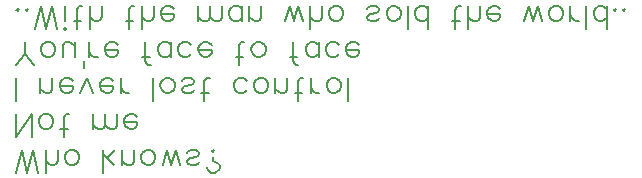
<source format=gbo>
G04 Layer: BottomSilkscreenLayer*
G04 EasyEDA v6.5.22, 2023-02-28 17:33:46*
G04 2c88ebba08e7464b96183e005241c5b3,bdb13a12c0ab493cb15560d8aabf918e,10*
G04 Gerber Generator version 0.2*
G04 Scale: 100 percent, Rotated: No, Reflected: No *
G04 Dimensions in millimeters *
G04 leading zeros omitted , absolute positions ,4 integer and 5 decimal *
%FSLAX45Y45*%
%MOMM*%

%ADD10C,0.2032*%

%LPD*%
D10*
X2603500Y5522653D02*
G01*
X2649682Y5716615D01*
X2695864Y5522653D02*
G01*
X2649682Y5716615D01*
X2695864Y5522653D02*
G01*
X2742044Y5716615D01*
X2788226Y5522653D02*
G01*
X2742044Y5716615D01*
X2849186Y5522653D02*
G01*
X2849186Y5716615D01*
X2849186Y5624253D02*
G01*
X2876895Y5596544D01*
X2895368Y5587306D01*
X2923077Y5587306D01*
X2941551Y5596544D01*
X2950786Y5624253D01*
X2950786Y5716615D01*
X3057928Y5587306D02*
G01*
X3039455Y5596544D01*
X3020984Y5615015D01*
X3011746Y5642724D01*
X3011746Y5661197D01*
X3020984Y5688906D01*
X3039455Y5707379D01*
X3057928Y5716615D01*
X3085637Y5716615D01*
X3104111Y5707379D01*
X3122584Y5688906D01*
X3131820Y5661197D01*
X3131820Y5642724D01*
X3122584Y5615015D01*
X3104111Y5596544D01*
X3085637Y5587306D01*
X3057928Y5587306D01*
X3335020Y5522653D02*
G01*
X3335020Y5716615D01*
X3427384Y5587306D02*
G01*
X3335020Y5679671D01*
X3371964Y5642724D02*
G01*
X3436620Y5716615D01*
X3497579Y5587306D02*
G01*
X3497579Y5716615D01*
X3497579Y5624253D02*
G01*
X3525288Y5596544D01*
X3543762Y5587306D01*
X3571471Y5587306D01*
X3589944Y5596544D01*
X3599179Y5624253D01*
X3599179Y5716615D01*
X3706322Y5587306D02*
G01*
X3687848Y5596544D01*
X3669375Y5615015D01*
X3660140Y5642724D01*
X3660140Y5661197D01*
X3669375Y5688906D01*
X3687848Y5707379D01*
X3706322Y5716615D01*
X3734031Y5716615D01*
X3752504Y5707379D01*
X3770975Y5688906D01*
X3780213Y5661197D01*
X3780213Y5642724D01*
X3770975Y5615015D01*
X3752504Y5596544D01*
X3734031Y5587306D01*
X3706322Y5587306D01*
X3841173Y5587306D02*
G01*
X3878117Y5716615D01*
X3915064Y5587306D02*
G01*
X3878117Y5716615D01*
X3915064Y5587306D02*
G01*
X3952008Y5716615D01*
X3988955Y5587306D02*
G01*
X3952008Y5716615D01*
X4151515Y5615015D02*
G01*
X4142277Y5596544D01*
X4114568Y5587306D01*
X4086859Y5587306D01*
X4059151Y5596544D01*
X4049915Y5615015D01*
X4059151Y5633488D01*
X4077624Y5642724D01*
X4123804Y5651962D01*
X4142277Y5661197D01*
X4151515Y5679671D01*
X4151515Y5688906D01*
X4142277Y5707379D01*
X4114568Y5716615D01*
X4086859Y5716615D01*
X4059151Y5707379D01*
X4049915Y5688906D01*
X4212475Y5568835D02*
G01*
X4212475Y5559597D01*
X4221711Y5541124D01*
X4230946Y5531888D01*
X4249420Y5522653D01*
X4286364Y5522653D01*
X4304837Y5531888D01*
X4314075Y5541124D01*
X4323311Y5559597D01*
X4323311Y5578071D01*
X4314075Y5596544D01*
X4304837Y5605779D01*
X4267893Y5624253D01*
X4267893Y5651962D01*
X4267893Y5698144D02*
G01*
X4258655Y5707379D01*
X4267893Y5716615D01*
X4277128Y5707379D01*
X4267893Y5698144D01*
X2603500Y5827453D02*
G01*
X2603500Y6021415D01*
X2603500Y5827453D02*
G01*
X2732808Y6021415D01*
X2732808Y5827453D02*
G01*
X2732808Y6021415D01*
X2839951Y5892106D02*
G01*
X2821477Y5901344D01*
X2803004Y5919815D01*
X2793768Y5947524D01*
X2793768Y5965997D01*
X2803004Y5993706D01*
X2821477Y6012179D01*
X2839951Y6021415D01*
X2867659Y6021415D01*
X2886133Y6012179D01*
X2904604Y5993706D01*
X2913842Y5965997D01*
X2913842Y5947524D01*
X2904604Y5919815D01*
X2886133Y5901344D01*
X2867659Y5892106D01*
X2839951Y5892106D01*
X3002511Y5827453D02*
G01*
X3002511Y5984471D01*
X3011746Y6012179D01*
X3030220Y6021415D01*
X3048693Y6021415D01*
X2974802Y5892106D02*
G01*
X3039455Y5892106D01*
X3251893Y5892106D02*
G01*
X3251893Y6021415D01*
X3251893Y5929053D02*
G01*
X3279602Y5901344D01*
X3298075Y5892106D01*
X3325784Y5892106D01*
X3344255Y5901344D01*
X3353493Y5929053D01*
X3353493Y6021415D01*
X3353493Y5929053D02*
G01*
X3381202Y5901344D01*
X3399675Y5892106D01*
X3427384Y5892106D01*
X3445855Y5901344D01*
X3455093Y5929053D01*
X3455093Y6021415D01*
X3516053Y5947524D02*
G01*
X3626888Y5947524D01*
X3626888Y5929053D01*
X3617653Y5910579D01*
X3608415Y5901344D01*
X3589944Y5892106D01*
X3562235Y5892106D01*
X3543762Y5901344D01*
X3525288Y5919815D01*
X3516053Y5947524D01*
X3516053Y5965997D01*
X3525288Y5993706D01*
X3543762Y6012179D01*
X3562235Y6021415D01*
X3589944Y6021415D01*
X3608415Y6012179D01*
X3626888Y5993706D01*
X2603500Y6132253D02*
G01*
X2603500Y6326215D01*
X2806700Y6196906D02*
G01*
X2806700Y6326215D01*
X2806700Y6233853D02*
G01*
X2834408Y6206144D01*
X2852882Y6196906D01*
X2880591Y6196906D01*
X2899064Y6206144D01*
X2908300Y6233853D01*
X2908300Y6326215D01*
X2969259Y6252324D02*
G01*
X3080095Y6252324D01*
X3080095Y6233853D01*
X3070859Y6215379D01*
X3061624Y6206144D01*
X3043151Y6196906D01*
X3015442Y6196906D01*
X2996968Y6206144D01*
X2978495Y6224615D01*
X2969259Y6252324D01*
X2969259Y6270797D01*
X2978495Y6298506D01*
X2996968Y6316979D01*
X3015442Y6326215D01*
X3043151Y6326215D01*
X3061624Y6316979D01*
X3080095Y6298506D01*
X3141055Y6196906D02*
G01*
X3196475Y6326215D01*
X3251893Y6196906D02*
G01*
X3196475Y6326215D01*
X3312853Y6252324D02*
G01*
X3423688Y6252324D01*
X3423688Y6233853D01*
X3414453Y6215379D01*
X3405215Y6206144D01*
X3386744Y6196906D01*
X3359035Y6196906D01*
X3340562Y6206144D01*
X3322088Y6224615D01*
X3312853Y6252324D01*
X3312853Y6270797D01*
X3322088Y6298506D01*
X3340562Y6316979D01*
X3359035Y6326215D01*
X3386744Y6326215D01*
X3405215Y6316979D01*
X3423688Y6298506D01*
X3484648Y6196906D02*
G01*
X3484648Y6326215D01*
X3484648Y6252324D02*
G01*
X3493884Y6224615D01*
X3512357Y6206144D01*
X3530831Y6196906D01*
X3558540Y6196906D01*
X3761740Y6132253D02*
G01*
X3761740Y6326215D01*
X3868882Y6196906D02*
G01*
X3850408Y6206144D01*
X3831935Y6224615D01*
X3822700Y6252324D01*
X3822700Y6270797D01*
X3831935Y6298506D01*
X3850408Y6316979D01*
X3868882Y6326215D01*
X3896591Y6326215D01*
X3915064Y6316979D01*
X3933535Y6298506D01*
X3942773Y6270797D01*
X3942773Y6252324D01*
X3933535Y6224615D01*
X3915064Y6206144D01*
X3896591Y6196906D01*
X3868882Y6196906D01*
X4105333Y6224615D02*
G01*
X4096095Y6206144D01*
X4068386Y6196906D01*
X4040677Y6196906D01*
X4012968Y6206144D01*
X4003733Y6224615D01*
X4012968Y6243088D01*
X4031442Y6252324D01*
X4077624Y6261562D01*
X4096095Y6270797D01*
X4105333Y6289271D01*
X4105333Y6298506D01*
X4096095Y6316979D01*
X4068386Y6326215D01*
X4040677Y6326215D01*
X4012968Y6316979D01*
X4003733Y6298506D01*
X4194002Y6132253D02*
G01*
X4194002Y6289271D01*
X4203237Y6316979D01*
X4221711Y6326215D01*
X4240184Y6326215D01*
X4166293Y6196906D02*
G01*
X4230946Y6196906D01*
X4554220Y6224615D02*
G01*
X4535746Y6206144D01*
X4517275Y6196906D01*
X4489564Y6196906D01*
X4471093Y6206144D01*
X4452620Y6224615D01*
X4443384Y6252324D01*
X4443384Y6270797D01*
X4452620Y6298506D01*
X4471093Y6316979D01*
X4489564Y6326215D01*
X4517275Y6326215D01*
X4535746Y6316979D01*
X4554220Y6298506D01*
X4661362Y6196906D02*
G01*
X4642888Y6206144D01*
X4624415Y6224615D01*
X4615179Y6252324D01*
X4615179Y6270797D01*
X4624415Y6298506D01*
X4642888Y6316979D01*
X4661362Y6326215D01*
X4689071Y6326215D01*
X4707544Y6316979D01*
X4726015Y6298506D01*
X4735253Y6270797D01*
X4735253Y6252324D01*
X4726015Y6224615D01*
X4707544Y6206144D01*
X4689071Y6196906D01*
X4661362Y6196906D01*
X4796213Y6196906D02*
G01*
X4796213Y6326215D01*
X4796213Y6233853D02*
G01*
X4823922Y6206144D01*
X4842395Y6196906D01*
X4870104Y6196906D01*
X4888575Y6206144D01*
X4897813Y6233853D01*
X4897813Y6326215D01*
X4986482Y6132253D02*
G01*
X4986482Y6289271D01*
X4995717Y6316979D01*
X5014191Y6326215D01*
X5032664Y6326215D01*
X4958773Y6196906D02*
G01*
X5023426Y6196906D01*
X5093624Y6196906D02*
G01*
X5093624Y6326215D01*
X5093624Y6252324D02*
G01*
X5102859Y6224615D01*
X5121333Y6206144D01*
X5139804Y6196906D01*
X5167515Y6196906D01*
X5274655Y6196906D02*
G01*
X5256184Y6206144D01*
X5237711Y6224615D01*
X5228475Y6252324D01*
X5228475Y6270797D01*
X5237711Y6298506D01*
X5256184Y6316979D01*
X5274655Y6326215D01*
X5302364Y6326215D01*
X5320837Y6316979D01*
X5339311Y6298506D01*
X5348546Y6270797D01*
X5348546Y6252324D01*
X5339311Y6224615D01*
X5320837Y6206144D01*
X5302364Y6196906D01*
X5274655Y6196906D01*
X5409506Y6132253D02*
G01*
X5409506Y6326215D01*
X2603500Y6437053D02*
G01*
X2677391Y6529415D01*
X2677391Y6631015D01*
X2751282Y6437053D02*
G01*
X2677391Y6529415D01*
X2858424Y6501706D02*
G01*
X2839951Y6510944D01*
X2821477Y6529415D01*
X2812242Y6557124D01*
X2812242Y6575597D01*
X2821477Y6603306D01*
X2839951Y6621779D01*
X2858424Y6631015D01*
X2886133Y6631015D01*
X2904604Y6621779D01*
X2923077Y6603306D01*
X2932315Y6575597D01*
X2932315Y6557124D01*
X2923077Y6529415D01*
X2904604Y6510944D01*
X2886133Y6501706D01*
X2858424Y6501706D01*
X2993275Y6501706D02*
G01*
X2993275Y6594071D01*
X3002511Y6621779D01*
X3020984Y6631015D01*
X3048693Y6631015D01*
X3067164Y6621779D01*
X3094875Y6594071D01*
X3094875Y6501706D02*
G01*
X3094875Y6631015D01*
X3174306Y6409344D02*
G01*
X3174306Y6464762D01*
X3216795Y6501706D02*
G01*
X3216795Y6631015D01*
X3216795Y6557124D02*
G01*
X3226031Y6529415D01*
X3244504Y6510944D01*
X3262975Y6501706D01*
X3290684Y6501706D01*
X3351644Y6557124D02*
G01*
X3462482Y6557124D01*
X3462482Y6538653D01*
X3453244Y6520179D01*
X3444008Y6510944D01*
X3425535Y6501706D01*
X3397826Y6501706D01*
X3379355Y6510944D01*
X3360882Y6529415D01*
X3351644Y6557124D01*
X3351644Y6575597D01*
X3360882Y6603306D01*
X3379355Y6621779D01*
X3397826Y6631015D01*
X3425535Y6631015D01*
X3444008Y6621779D01*
X3462482Y6603306D01*
X3739573Y6437053D02*
G01*
X3721100Y6437053D01*
X3702626Y6446288D01*
X3693391Y6473997D01*
X3693391Y6631015D01*
X3665682Y6501706D02*
G01*
X3730335Y6501706D01*
X3911368Y6501706D02*
G01*
X3911368Y6631015D01*
X3911368Y6529415D02*
G01*
X3892895Y6510944D01*
X3874424Y6501706D01*
X3846715Y6501706D01*
X3828242Y6510944D01*
X3809768Y6529415D01*
X3800533Y6557124D01*
X3800533Y6575597D01*
X3809768Y6603306D01*
X3828242Y6621779D01*
X3846715Y6631015D01*
X3874424Y6631015D01*
X3892895Y6621779D01*
X3911368Y6603306D01*
X4083164Y6529415D02*
G01*
X4064693Y6510944D01*
X4046220Y6501706D01*
X4018511Y6501706D01*
X4000037Y6510944D01*
X3981564Y6529415D01*
X3972328Y6557124D01*
X3972328Y6575597D01*
X3981564Y6603306D01*
X4000037Y6621779D01*
X4018511Y6631015D01*
X4046220Y6631015D01*
X4064693Y6621779D01*
X4083164Y6603306D01*
X4144124Y6557124D02*
G01*
X4254962Y6557124D01*
X4254962Y6538653D01*
X4245724Y6520179D01*
X4236488Y6510944D01*
X4218015Y6501706D01*
X4190306Y6501706D01*
X4171835Y6510944D01*
X4153362Y6529415D01*
X4144124Y6557124D01*
X4144124Y6575597D01*
X4153362Y6603306D01*
X4171835Y6621779D01*
X4190306Y6631015D01*
X4218015Y6631015D01*
X4236488Y6621779D01*
X4254962Y6603306D01*
X4485871Y6437053D02*
G01*
X4485871Y6594071D01*
X4495106Y6621779D01*
X4513579Y6631015D01*
X4532053Y6631015D01*
X4458162Y6501706D02*
G01*
X4522815Y6501706D01*
X4639195Y6501706D02*
G01*
X4620722Y6510944D01*
X4602248Y6529415D01*
X4593013Y6557124D01*
X4593013Y6575597D01*
X4602248Y6603306D01*
X4620722Y6621779D01*
X4639195Y6631015D01*
X4666904Y6631015D01*
X4685375Y6621779D01*
X4703848Y6603306D01*
X4713084Y6575597D01*
X4713084Y6557124D01*
X4703848Y6529415D01*
X4685375Y6510944D01*
X4666904Y6501706D01*
X4639195Y6501706D01*
X4990175Y6437053D02*
G01*
X4971704Y6437053D01*
X4953231Y6446288D01*
X4943995Y6473997D01*
X4943995Y6631015D01*
X4916284Y6501706D02*
G01*
X4980940Y6501706D01*
X5161973Y6501706D02*
G01*
X5161973Y6631015D01*
X5161973Y6529415D02*
G01*
X5143500Y6510944D01*
X5125026Y6501706D01*
X5097317Y6501706D01*
X5078844Y6510944D01*
X5060373Y6529415D01*
X5051135Y6557124D01*
X5051135Y6575597D01*
X5060373Y6603306D01*
X5078844Y6621779D01*
X5097317Y6631015D01*
X5125026Y6631015D01*
X5143500Y6621779D01*
X5161973Y6603306D01*
X5333768Y6529415D02*
G01*
X5315295Y6510944D01*
X5296824Y6501706D01*
X5269115Y6501706D01*
X5250642Y6510944D01*
X5232168Y6529415D01*
X5222933Y6557124D01*
X5222933Y6575597D01*
X5232168Y6603306D01*
X5250642Y6621779D01*
X5269115Y6631015D01*
X5296824Y6631015D01*
X5315295Y6621779D01*
X5333768Y6603306D01*
X5394728Y6557124D02*
G01*
X5505564Y6557124D01*
X5505564Y6538653D01*
X5496328Y6520179D01*
X5487093Y6510944D01*
X5468620Y6501706D01*
X5440911Y6501706D01*
X5422437Y6510944D01*
X5403964Y6529415D01*
X5394728Y6557124D01*
X5394728Y6575597D01*
X5403964Y6603306D01*
X5422437Y6621779D01*
X5440911Y6631015D01*
X5468620Y6631015D01*
X5487093Y6621779D01*
X5505564Y6603306D01*
X2612735Y6889635D02*
G01*
X2603500Y6898871D01*
X2612735Y6908106D01*
X2621973Y6898871D01*
X2612735Y6889635D01*
X2692168Y6889635D02*
G01*
X2682933Y6898871D01*
X2692168Y6908106D01*
X2701404Y6898871D01*
X2692168Y6889635D01*
X2762364Y6741853D02*
G01*
X2808546Y6935815D01*
X2854728Y6741853D02*
G01*
X2808546Y6935815D01*
X2854728Y6741853D02*
G01*
X2900911Y6935815D01*
X2947093Y6741853D02*
G01*
X2900911Y6935815D01*
X3008053Y6741853D02*
G01*
X3017288Y6751088D01*
X3026524Y6741853D01*
X3017288Y6732615D01*
X3008053Y6741853D01*
X3017288Y6806506D02*
G01*
X3017288Y6935815D01*
X3115195Y6741853D02*
G01*
X3115195Y6898871D01*
X3124431Y6926579D01*
X3142904Y6935815D01*
X3161375Y6935815D01*
X3087484Y6806506D02*
G01*
X3152140Y6806506D01*
X3222335Y6741853D02*
G01*
X3222335Y6935815D01*
X3222335Y6843453D02*
G01*
X3250044Y6815744D01*
X3268517Y6806506D01*
X3296226Y6806506D01*
X3314700Y6815744D01*
X3323935Y6843453D01*
X3323935Y6935815D01*
X3554844Y6741853D02*
G01*
X3554844Y6898871D01*
X3564082Y6926579D01*
X3582555Y6935815D01*
X3601026Y6935815D01*
X3527135Y6806506D02*
G01*
X3591791Y6806506D01*
X3661986Y6741853D02*
G01*
X3661986Y6935815D01*
X3661986Y6843453D02*
G01*
X3689695Y6815744D01*
X3708168Y6806506D01*
X3735877Y6806506D01*
X3754351Y6815744D01*
X3763586Y6843453D01*
X3763586Y6935815D01*
X3824546Y6861924D02*
G01*
X3935384Y6861924D01*
X3935384Y6843453D01*
X3926146Y6824979D01*
X3916911Y6815744D01*
X3898437Y6806506D01*
X3870728Y6806506D01*
X3852255Y6815744D01*
X3833784Y6834215D01*
X3824546Y6861924D01*
X3824546Y6880397D01*
X3833784Y6908106D01*
X3852255Y6926579D01*
X3870728Y6935815D01*
X3898437Y6935815D01*
X3916911Y6926579D01*
X3935384Y6908106D01*
X4138584Y6806506D02*
G01*
X4138584Y6935815D01*
X4138584Y6843453D02*
G01*
X4166293Y6815744D01*
X4184764Y6806506D01*
X4212475Y6806506D01*
X4230946Y6815744D01*
X4240184Y6843453D01*
X4240184Y6935815D01*
X4240184Y6843453D02*
G01*
X4267893Y6815744D01*
X4286364Y6806506D01*
X4314075Y6806506D01*
X4332546Y6815744D01*
X4341784Y6843453D01*
X4341784Y6935815D01*
X4513579Y6806506D02*
G01*
X4513579Y6935815D01*
X4513579Y6834215D02*
G01*
X4495106Y6815744D01*
X4476635Y6806506D01*
X4448924Y6806506D01*
X4430453Y6815744D01*
X4411979Y6834215D01*
X4402744Y6861924D01*
X4402744Y6880397D01*
X4411979Y6908106D01*
X4430453Y6926579D01*
X4448924Y6935815D01*
X4476635Y6935815D01*
X4495106Y6926579D01*
X4513579Y6908106D01*
X4574540Y6806506D02*
G01*
X4574540Y6935815D01*
X4574540Y6843453D02*
G01*
X4602248Y6815744D01*
X4620722Y6806506D01*
X4648431Y6806506D01*
X4666904Y6815744D01*
X4676140Y6843453D01*
X4676140Y6935815D01*
X4879340Y6806506D02*
G01*
X4916284Y6935815D01*
X4953231Y6806506D02*
G01*
X4916284Y6935815D01*
X4953231Y6806506D02*
G01*
X4990175Y6935815D01*
X5027122Y6806506D02*
G01*
X4990175Y6935815D01*
X5088082Y6741853D02*
G01*
X5088082Y6935815D01*
X5088082Y6843453D02*
G01*
X5115791Y6815744D01*
X5134264Y6806506D01*
X5161973Y6806506D01*
X5180444Y6815744D01*
X5189682Y6843453D01*
X5189682Y6935815D01*
X5296824Y6806506D02*
G01*
X5278351Y6815744D01*
X5259877Y6834215D01*
X5250642Y6861924D01*
X5250642Y6880397D01*
X5259877Y6908106D01*
X5278351Y6926579D01*
X5296824Y6935815D01*
X5324533Y6935815D01*
X5343004Y6926579D01*
X5361477Y6908106D01*
X5370715Y6880397D01*
X5370715Y6861924D01*
X5361477Y6834215D01*
X5343004Y6815744D01*
X5324533Y6806506D01*
X5296824Y6806506D01*
X5675515Y6834215D02*
G01*
X5666277Y6815744D01*
X5638568Y6806506D01*
X5610859Y6806506D01*
X5583151Y6815744D01*
X5573915Y6834215D01*
X5583151Y6852688D01*
X5601624Y6861924D01*
X5647804Y6871162D01*
X5666277Y6880397D01*
X5675515Y6898871D01*
X5675515Y6908106D01*
X5666277Y6926579D01*
X5638568Y6935815D01*
X5610859Y6935815D01*
X5583151Y6926579D01*
X5573915Y6908106D01*
X5782655Y6806506D02*
G01*
X5764184Y6815744D01*
X5745711Y6834215D01*
X5736475Y6861924D01*
X5736475Y6880397D01*
X5745711Y6908106D01*
X5764184Y6926579D01*
X5782655Y6935815D01*
X5810364Y6935815D01*
X5828837Y6926579D01*
X5847311Y6908106D01*
X5856546Y6880397D01*
X5856546Y6861924D01*
X5847311Y6834215D01*
X5828837Y6815744D01*
X5810364Y6806506D01*
X5782655Y6806506D01*
X5917506Y6741853D02*
G01*
X5917506Y6935815D01*
X6089304Y6741853D02*
G01*
X6089304Y6935815D01*
X6089304Y6834215D02*
G01*
X6070831Y6815744D01*
X6052357Y6806506D01*
X6024648Y6806506D01*
X6006175Y6815744D01*
X5987704Y6834215D01*
X5978466Y6861924D01*
X5978466Y6880397D01*
X5987704Y6908106D01*
X6006175Y6926579D01*
X6024648Y6935815D01*
X6052357Y6935815D01*
X6070831Y6926579D01*
X6089304Y6908106D01*
X6320213Y6741853D02*
G01*
X6320213Y6898871D01*
X6329448Y6926579D01*
X6347922Y6935815D01*
X6366395Y6935815D01*
X6292504Y6806506D02*
G01*
X6357157Y6806506D01*
X6427355Y6741853D02*
G01*
X6427355Y6935815D01*
X6427355Y6843453D02*
G01*
X6455064Y6815744D01*
X6473535Y6806506D01*
X6501244Y6806506D01*
X6519717Y6815744D01*
X6528955Y6843453D01*
X6528955Y6935815D01*
X6589915Y6861924D02*
G01*
X6700751Y6861924D01*
X6700751Y6843453D01*
X6691515Y6824979D01*
X6682277Y6815744D01*
X6663804Y6806506D01*
X6636095Y6806506D01*
X6617624Y6815744D01*
X6599151Y6834215D01*
X6589915Y6861924D01*
X6589915Y6880397D01*
X6599151Y6908106D01*
X6617624Y6926579D01*
X6636095Y6935815D01*
X6663804Y6935815D01*
X6682277Y6926579D01*
X6700751Y6908106D01*
X6903951Y6806506D02*
G01*
X6940895Y6935815D01*
X6977842Y6806506D02*
G01*
X6940895Y6935815D01*
X6977842Y6806506D02*
G01*
X7014786Y6935815D01*
X7051733Y6806506D02*
G01*
X7014786Y6935815D01*
X7158875Y6806506D02*
G01*
X7140402Y6815744D01*
X7121928Y6834215D01*
X7112693Y6861924D01*
X7112693Y6880397D01*
X7121928Y6908106D01*
X7140402Y6926579D01*
X7158875Y6935815D01*
X7186584Y6935815D01*
X7205055Y6926579D01*
X7223528Y6908106D01*
X7232764Y6880397D01*
X7232764Y6861924D01*
X7223528Y6834215D01*
X7205055Y6815744D01*
X7186584Y6806506D01*
X7158875Y6806506D01*
X7293724Y6806506D02*
G01*
X7293724Y6935815D01*
X7293724Y6861924D02*
G01*
X7302962Y6834215D01*
X7321435Y6815744D01*
X7339906Y6806506D01*
X7367615Y6806506D01*
X7428575Y6741853D02*
G01*
X7428575Y6935815D01*
X7600373Y6741853D02*
G01*
X7600373Y6935815D01*
X7600373Y6834215D02*
G01*
X7581900Y6815744D01*
X7563426Y6806506D01*
X7535717Y6806506D01*
X7517244Y6815744D01*
X7498773Y6834215D01*
X7489535Y6861924D01*
X7489535Y6880397D01*
X7498773Y6908106D01*
X7517244Y6926579D01*
X7535717Y6935815D01*
X7563426Y6935815D01*
X7581900Y6926579D01*
X7600373Y6908106D01*
X7670568Y6889635D02*
G01*
X7661333Y6898871D01*
X7670568Y6908106D01*
X7679804Y6898871D01*
X7670568Y6889635D01*
X7750002Y6889635D02*
G01*
X7740764Y6898871D01*
X7750002Y6908106D01*
X7759237Y6898871D01*
X7750002Y6889635D01*
M02*

</source>
